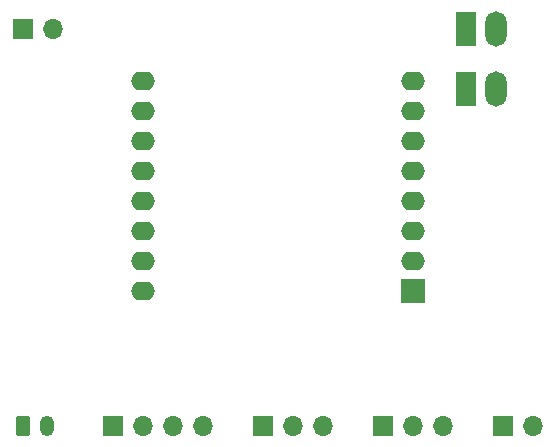
<source format=gbr>
%TF.GenerationSoftware,KiCad,Pcbnew,7.0.5-0*%
%TF.CreationDate,2023-07-09T14:34:54+02:00*%
%TF.ProjectId,pirate-pcb,70697261-7465-42d7-9063-622e6b696361,1A*%
%TF.SameCoordinates,Original*%
%TF.FileFunction,Soldermask,Bot*%
%TF.FilePolarity,Negative*%
%FSLAX46Y46*%
G04 Gerber Fmt 4.6, Leading zero omitted, Abs format (unit mm)*
G04 Created by KiCad (PCBNEW 7.0.5-0) date 2023-07-09 14:34:54*
%MOMM*%
%LPD*%
G01*
G04 APERTURE LIST*
G04 Aperture macros list*
%AMRoundRect*
0 Rectangle with rounded corners*
0 $1 Rounding radius*
0 $2 $3 $4 $5 $6 $7 $8 $9 X,Y pos of 4 corners*
0 Add a 4 corners polygon primitive as box body*
4,1,4,$2,$3,$4,$5,$6,$7,$8,$9,$2,$3,0*
0 Add four circle primitives for the rounded corners*
1,1,$1+$1,$2,$3*
1,1,$1+$1,$4,$5*
1,1,$1+$1,$6,$7*
1,1,$1+$1,$8,$9*
0 Add four rect primitives between the rounded corners*
20,1,$1+$1,$2,$3,$4,$5,0*
20,1,$1+$1,$4,$5,$6,$7,0*
20,1,$1+$1,$6,$7,$8,$9,0*
20,1,$1+$1,$8,$9,$2,$3,0*%
G04 Aperture macros list end*
%ADD10R,1.700000X1.700000*%
%ADD11O,1.700000X1.700000*%
%ADD12RoundRect,0.250000X-0.350000X-0.625000X0.350000X-0.625000X0.350000X0.625000X-0.350000X0.625000X0*%
%ADD13O,1.200000X1.750000*%
%ADD14R,1.800000X3.000000*%
%ADD15O,1.800000X3.000000*%
%ADD16R,2.000000X2.000000*%
%ADD17O,2.000000X1.600000*%
G04 APERTURE END LIST*
D10*
%TO.C,J7*%
X128410000Y-89125000D03*
D11*
X130950000Y-89125000D03*
%TD*%
D10*
%TO.C,J3*%
X148730000Y-122780000D03*
D11*
X151270000Y-122780000D03*
X153810000Y-122780000D03*
%TD*%
D12*
%TO.C,J2*%
X128410000Y-122780000D03*
D13*
X130410000Y-122780000D03*
%TD*%
D14*
%TO.C,J1*%
X165875000Y-89125000D03*
X165875000Y-94205000D03*
D15*
X168415000Y-89125000D03*
X168415000Y-94205000D03*
%TD*%
D10*
%TO.C,J5*%
X169050000Y-122780000D03*
D11*
X171590000Y-122780000D03*
%TD*%
D10*
%TO.C,J4*%
X136030000Y-122780000D03*
D11*
X138570000Y-122780000D03*
X141110000Y-122780000D03*
X143650000Y-122780000D03*
%TD*%
D10*
%TO.C,J6*%
X158890000Y-122780000D03*
D11*
X161430000Y-122780000D03*
X163970000Y-122780000D03*
%TD*%
D16*
%TO.C,U1*%
X161430000Y-111350000D03*
D17*
X161430000Y-108810000D03*
X161430000Y-106270000D03*
X161430000Y-103730000D03*
X161430000Y-101190000D03*
X161430000Y-98650000D03*
X161430000Y-96110000D03*
X161430000Y-93570000D03*
X138570000Y-93570000D03*
X138570000Y-96110000D03*
X138570000Y-98650000D03*
X138570000Y-101190000D03*
X138570000Y-103730000D03*
X138570000Y-106270000D03*
X138570000Y-108810000D03*
X138570000Y-111350000D03*
%TD*%
M02*

</source>
